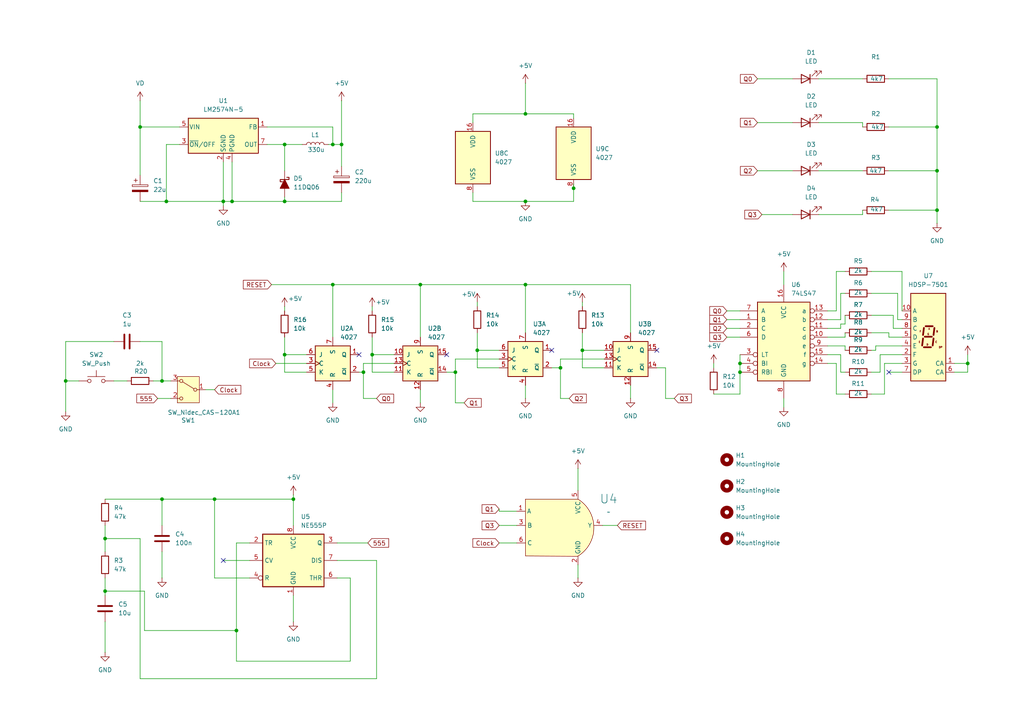
<source format=kicad_sch>
(kicad_sch (version 20250114) (generator "eeschema") (generator_version "9.0")
  (paper "A4")
  (lib_symbols
    (symbol "4xxx:4027" (pin_names (offset 1.016))
      (property "Reference" "U" (at -7.62 8.89 0))
      (property "Value" "4027" (at -7.62 -8.89 0))
      (symbol "4027_1_1"
        (rectangle (start -5.08 5.08) (end 5.08 -5.08) (stroke (width 0.254)) (fill (type background)))
        (pin input line (at -7.62 2.54 0) (length 2.54) (name "J") (number "6"))
        (pin input clock (at -7.62 0 0) (length 2.54) (name "C") (number "3"))
        (pin input line (at -7.62 -2.54 0) (length 2.54) (name "K") (number "5"))
        (pin input line (at 0 7.62 270) (length 2.54) (name "S") (number "7"))
        (pin input line (at 0 -7.62 90) (length 2.54) (name "R") (number "4"))
        (pin output line (at 7.62 2.54 180) (length 2.54) (name "Q") (number "1"))
        (pin output line (at 7.62 -2.54 180) (length 2.54) (name "~{Q}") (number "2"))
      )
      (symbol "4027_2_1"
        (rectangle (start -5.08 5.08) (end 5.08 -5.08) (stroke (width 0.254)) (fill (type background)))
        (pin input line (at -7.62 2.54 0) (length 2.54) (name "J") (number "10"))
        (pin input clock (at -7.62 0 0) (length 2.54) (name "C") (number "13"))
        (pin input line (at -7.62 -2.54 0) (length 2.54) (name "K") (number "11"))
        (pin input line (at 0 7.62 270) (length 2.54) (name "S") (number "9"))
        (pin input line (at 0 -7.62 90) (length 2.54) (name "R") (number "12"))
        (pin output line (at 7.62 2.54 180) (length 2.54) (name "Q") (number "15"))
        (pin output line (at 7.62 -2.54 180) (length 2.54) (name "~{Q}") (number "14"))
      )
      (symbol "4027_3_0"
        (pin power_in line (at 0 10.16 270) (length 2.54) (name "VDD") (number "16"))
        (pin power_in line (at 0 -10.16 90) (length 2.54) (name "VSS") (number "8"))
      )
      (symbol "4027_3_1"
        (rectangle (start -5.08 7.62) (end 5.08 -7.62) (stroke (width 0.254)) (fill (type background)))
      )
    )
    (symbol "74xx:74LS47" (pin_names (offset 1.016))
      (property "Reference" "U" (at -7.62 11.43 0))
      (property "Value" "74LS47" (at -7.62 -13.97 0))
      (symbol "74LS47_1_0"
        (pin input line (at -12.7 7.62 0) (length 5.08) (name "A") (number "7"))
        (pin input line (at -12.7 5.08 0) (length 5.08) (name "B") (number "1"))
        (pin input line (at -12.7 2.54 0) (length 5.08) (name "C") (number "2"))
        (pin input line (at -12.7 0 0) (length 5.08) (name "D") (number "6"))
        (pin input inverted (at -12.7 -5.08 0) (length 5.08) (name "LT") (number "3"))
        (pin input inverted (at -12.7 -7.62 0) (length 5.08) (name "BI") (number "4"))
        (pin input inverted (at -12.7 -10.16 0) (length 5.08) (name "RBI") (number "5"))
        (pin power_in line (at 0 15.24 270) (length 5.08) (name "VCC") (number "16"))
        (pin power_in line (at 0 -17.78 90) (length 5.08) (name "GND") (number "8"))
        (pin open_collector inverted (at 12.7 7.62 180) (length 5.08) (name "a") (number "13"))
        (pin open_collector inverted (at 12.7 5.08 180) (length 5.08) (name "b") (number "12"))
        (pin open_collector inverted (at 12.7 2.54 180) (length 5.08) (name "c") (number "11"))
        (pin open_collector inverted (at 12.7 0 180) (length 5.08) (name "d") (number "10"))
        (pin open_collector inverted (at 12.7 -2.54 180) (length 5.08) (name "e") (number "9"))
        (pin open_collector inverted (at 12.7 -5.08 180) (length 5.08) (name "f") (number "15"))
        (pin open_collector inverted (at 12.7 -7.62 180) (length 5.08) (name "g") (number "14"))
      )
      (symbol "74LS47_1_1"
        (rectangle (start -7.62 10.16) (end 7.62 -12.7) (stroke (width 0.254)) (fill (type background)))
      )
    )
    (symbol "Device:C" (pin_numbers (hide yes)) (pin_names (offset 0.254))
      (property "Reference" "C" (at 0.635 2.54 0))
      (property "Value" "C" (at 0.635 -2.54 0))
      (symbol "C_0_1"
        (polyline (pts (xy -2.032 0.762) (xy 2.032 0.762)) (stroke (width 0.508)))
        (polyline (pts (xy -2.032 -0.762) (xy 2.032 -0.762)) (stroke (width 0.508)))
      )
      (symbol "C_1_1"
        (pin passive line (at 0 3.81 270) (length 2.794) (name "~") (number "1"))
        (pin passive line (at 0 -3.81 90) (length 2.794) (name "~") (number "2"))
      )
    )
    (symbol "Device:C_Polarized" (pin_numbers (hide yes)) (pin_names (offset 0.254))
      (property "Reference" "C" (at 0.635 2.54 0))
      (property "Value" "C_Polarized" (at 0.635 -2.54 0))
      (symbol "C_Polarized_0_1"
        (rectangle (start -2.286 0.508) (end 2.286 1.016))
        (polyline (pts (xy -1.778 2.286) (xy -0.762 2.286)))
        (polyline (pts (xy -1.27 2.794) (xy -1.27 1.778)))
        (rectangle (start 2.286 -0.508) (end -2.286 -1.016) (fill (type outline)))
      )
      (symbol "C_Polarized_1_1"
        (pin passive line (at 0 3.81 270) (length 2.794) (name "~") (number "1"))
        (pin passive line (at 0 -3.81 90) (length 2.794) (name "~") (number "2"))
      )
    )
    (symbol "Device:D_Schottky_Filled" (pin_numbers (hide yes)) (pin_names (offset 1.016) (hide yes))
      (property "Reference" "D" (at 0 2.54 0))
      (property "Value" "D_Schottky_Filled" (at 0 -2.54 0))
      (symbol "D_Schottky_Filled_0_1"
        (polyline (pts (xy -1.905 0.635) (xy -1.905 1.27) (xy -1.27 1.27) (xy -1.27 -1.27) (xy -0.635 -1.27) (xy -0.635 -0.635)) (stroke (width 0.254)))
        (polyline (pts (xy 1.27 1.27) (xy 1.27 -1.27) (xy -1.27 0) (xy 1.27 1.27)) (stroke (width 0.254)) (fill (type outline)))
        (polyline (pts (xy 1.27 0) (xy -1.27 0)))
      )
      (symbol "D_Schottky_Filled_1_1"
        (pin passive line (at -3.81 0 0) (length 2.54) (name "K") (number "1"))
        (pin passive line (at 3.81 0 180) (length 2.54) (name "A") (number "2"))
      )
    )
    (symbol "Device:L" (pin_numbers (hide yes)) (pin_names (offset 1.016) (hide yes))
      (property "Reference" "L" (at -1.27 0 90))
      (property "Value" "L" (at 1.905 0 90))
      (symbol "L_0_1"
        (arc (start 0 2.54) (mid 0.6323 1.905) (end 0 1.27))
        (arc (start 0 1.27) (mid 0.6323 0.635) (end 0 0))
        (arc (start 0 0) (mid 0.6323 -0.635) (end 0 -1.27))
        (arc (start 0 -1.27) (mid 0.6323 -1.905) (end 0 -2.54))
      )
      (symbol "L_1_1"
        (pin passive line (at 0 3.81 270) (length 1.27) (name "1") (number "1"))
        (pin passive line (at 0 -3.81 90) (length 1.27) (name "2") (number "2"))
      )
    )
    (symbol "Device:LED" (pin_numbers (hide yes)) (pin_names (offset 1.016) (hide yes))
      (property "Reference" "D" (at 0 2.54 0))
      (property "Value" "LED" (at 0 -2.54 0))
      (symbol "LED_0_1"
        (polyline (pts (xy -3.048 -0.762) (xy -4.572 -2.286) (xy -3.81 -2.286) (xy -4.572 -2.286) (xy -4.572 -1.524)))
        (polyline (pts (xy -1.778 -0.762) (xy -3.302 -2.286) (xy -2.54 -2.286) (xy -3.302 -2.286) (xy -3.302 -1.524)))
        (polyline (pts (xy -1.27 0) (xy 1.27 0)))
        (polyline (pts (xy -1.27 -1.27) (xy -1.27 1.27)) (stroke (width 0.254)))
        (polyline (pts (xy 1.27 -1.27) (xy 1.27 1.27) (xy -1.27 0) (xy 1.27 -1.27)) (stroke (width 0.254)))
      )
      (symbol "LED_1_1"
        (pin passive line (at -3.81 0 0) (length 2.54) (name "K") (number "1"))
        (pin passive line (at 3.81 0 180) (length 2.54) (name "A") (number "2"))
      )
    )
    (symbol "Device:R" (pin_numbers (hide yes)) (pin_names (offset 0))
      (property "Reference" "R" (at 2.032 0 90))
      (property "Value" "R" (at 0 0 90))
      (symbol "R_0_1"
        (rectangle (start -1.016 -2.54) (end 1.016 2.54) (stroke (width 0.254)))
      )
      (symbol "R_1_1"
        (pin passive line (at 0 3.81 270) (length 1.27) (name "~") (number "1"))
        (pin passive line (at 0 -3.81 90) (length 1.27) (name "~") (number "2"))
      )
    )
    (symbol "Display_Character:HDSP-7501"
      (property "Reference" "U" (at -3.81 13.97 0))
      (property "Value" "HDSP-7501" (at 6.35 13.97 0))
      (symbol "HDSP-7501_1_0"
        (text "E" (at -2.54 -1.397 0) (effects (font (size 0.508 0.508))))
        (text "F" (at -2.286 1.651 0) (effects (font (size 0.508 0.508))))
        (text "D" (at -0.254 -2.159 0) (effects (font (size 0.508 0.508))))
        (text "G" (at 0 0.889 0) (effects (font (size 0.508 0.508))))
        (text "A" (at 0.254 2.413 0) (effects (font (size 0.508 0.508))))
        (text "C" (at 2.286 -1.397 0) (effects (font (size 0.508 0.508))))
        (text "B" (at 2.54 1.651 0) (effects (font (size 0.508 0.508))))
        (text "DP" (at 3.556 -2.921 0) (effects (font (size 0.508 0.508))))
      )
      (symbol "HDSP-7501_1_1"
        (rectangle (start -5.08 12.7) (end 5.08 -12.7) (stroke (width 0.254)) (fill (type background)))
        (polyline (pts (xy -1.524 -0.381) (xy -1.778 -2.413)) (stroke (width 0.508)))
        (polyline (pts (xy -1.27 2.667) (xy -1.524 0.635)) (stroke (width 0.508)))
        (polyline (pts (xy -1.27 -2.921) (xy 0.762 -2.921)) (stroke (width 0.508)))
        (polyline (pts (xy -1.016 0.127) (xy 1.016 0.127)) (stroke (width 0.508)))
        (polyline (pts (xy -0.762 3.175) (xy 1.27 3.175)) (stroke (width 0.508)))
        (polyline (pts (xy 1.524 -0.381) (xy 1.27 -2.413)) (stroke (width 0.508)))
        (polyline (pts (xy 1.778 2.667) (xy 1.524 0.635)) (stroke (width 0.508)))
        (polyline (pts (xy 2.54 -2.921) (xy 2.54 -2.921)) (stroke (width 0.508)))
        (pin input line (at -7.62 7.62 0) (length 2.54) (name "A") (number "10"))
        (pin input line (at -7.62 5.08 0) (length 2.54) (name "B") (number "9"))
        (pin input line (at -7.62 2.54 0) (length 2.54) (name "C") (number "8"))
        (pin input line (at -7.62 0 0) (length 2.54) (name "D") (number "5"))
        (pin input line (at -7.62 -2.54 0) (length 2.54) (name "E") (number "4"))
        (pin input line (at -7.62 -5.08 0) (length 2.54) (name "F") (number "2"))
        (pin input line (at -7.62 -7.62 0) (length 2.54) (name "G") (number "3"))
        (pin input line (at -7.62 -10.16 0) (length 2.54) (name "DP") (number "7"))
        (pin input line (at 7.62 -7.62 180) (length 2.54) (name "CA") (number "1"))
        (pin input line (at 7.62 -10.16 180) (length 2.54) (name "CA") (number "6"))
      )
    )
    (symbol "Mechanical:MountingHole" (pin_names (offset 1.016)) (in_bom no)
      (property "Reference" "H" (at 0 5.08 0))
      (property "Value" "MountingHole" (at 0 3.175 0))
      (symbol "MountingHole_0_1"
        (circle (center 0 0) (radius 1.27) (stroke (width 1.27)))
      )
    )
    (symbol "Regulator_Switching:LM2574N-5" (pin_names (offset 0.254))
      (property "Reference" "U" (at -10.16 6.35 0))
      (property "Value" "LM2574N-5" (at 0 6.35 0))
      (symbol "LM2574N-5_0_1"
        (rectangle (start -10.16 5.08) (end 10.16 -5.08) (stroke (width 0.254)) (fill (type background)))
      )
      (symbol "LM2574N-5_1_1"
        (pin power_in line (at -12.7 2.54 0) (length 2.54) (name "VIN") (number "5"))
        (pin input line (at -12.7 -2.54 0) (length 2.54) (name "~{ON}/OFF") (number "3"))
        (pin no_connect line (at -10.16 0 0) (length 2.54) (hide yes) (name "NC") (number "6"))
        (pin power_in line (at 0 -7.62 90) (length 2.54) (name "SGND") (number "2"))
        (pin power_in line (at 2.54 -7.62 90) (length 2.54) (name "PGND") (number "4"))
        (pin no_connect line (at 10.16 0 180) (length 2.54) (hide yes) (name "NC") (number "8"))
        (pin input line (at 12.7 2.54 180) (length 2.54) (name "FB") (number "1"))
        (pin output line (at 12.7 -2.54 180) (length 2.54) (name "OUT") (number "7"))
      )
    )
    (symbol "SN74LVC1611:SN74LVC1611"
      (property "Reference" "U4" (at 8.89 6.096 0))
      (symbol "SN74LVC1611_1_1"
        (arc (start 0 7.62) (mid 4.6077 -0.635) (end 0 -8.89) (fill (type background)))
        (polyline (pts (xy 0.0104 7.62) (xy -15.2505 7.62) (xy -15.2266 -8.8423) (xy -0.0134 -8.9377)) (fill (type background)))
        (pin input line (at -17.8771 4.1244 0) (length 2.54) (name "A") (number "1"))
        (pin input line (at -17.78 0 0) (length 2.54) (name "B") (number "3"))
        (pin input line (at -17.78 -5.08 0) (length 2.54) (name "C") (number "6"))
        (pin power_in line (at 0 10.16 270) (length 2.54) (name "VCC") (number "5"))
        (pin power_out line (at 0 -11.43 90) (length 2.54) (name "GND") (number "2"))
        (pin output line (at 7.143 0 180) (length 2.54) (name "Y") (number "4"))
      )
    )
    (symbol "Switch:SW_Nidec_CAS-120A1" (pin_names (offset 1) (hide yes))
      (property "Reference" "SW1" (at 0 -8.89 0))
      (property "Value" "SW_Nidec_CAS-120A1" (at 0 -6.35 0))
      (symbol "SW_Nidec_CAS-120A1_0_1"
        (circle (center -2.032 0) (radius 0.4572))
        (polyline (pts (xy -1.651 0.254) (xy 1.651 2.286)))
        (circle (center 2.032 2.54) (radius 0.4572))
        (circle (center 2.032 -2.54) (radius 0.4572))
      )
      (symbol "SW_Nidec_CAS-120A1_1_1"
        (rectangle (start -3.175 3.81) (end 3.175 -3.81) (fill (type background)))
        (pin passive line (at -5.08 0 0) (length 2.54) (name "B") (number "1"))
        (pin passive line (at 5.08 2.54 180) (length 2.54) (name "A") (number "3"))
        (pin passive line (at 5.08 -2.54 180) (length 2.54) (name "C") (number "2"))
      )
    )
    (symbol "Switch:SW_Push" (pin_numbers (hide yes)) (pin_names (offset 1.016) (hide yes))
      (property "Reference" "SW" (at 1.27 2.54 0))
      (property "Value" "SW_Push" (at 0 -1.524 0))
      (symbol "SW_Push_0_1"
        (circle (center -2.032 0) (radius 0.508))
        (polyline (pts (xy 0 1.27) (xy 0 3.048)))
        (circle (center 2.032 0) (radius 0.508))
        (polyline (pts (xy 2.54 1.27) (xy -2.54 1.27)))
        (pin passive line (at -5.08 0 0) (length 2.54) (name "1") (number "1"))
        (pin passive line (at 5.08 0 180) (length 2.54) (name "2") (number "2"))
      )
    )
    (symbol "Timer:NE555P"
      (property "Reference" "U" (at -10.16 8.89 0))
      (property "Value" "NE555P" (at 2.54 8.89 0))
      (symbol "NE555P_0_0"
        (pin power_in line (at 0 10.16 270) (length 2.54) (name "VCC") (number "8"))
        (pin power_in line (at 0 -10.16 90) (length 2.54) (name "GND") (number "1"))
      )
      (symbol "NE555P_0_1"
        (rectangle (start -8.89 -7.62) (end 8.89 7.62) (stroke (width 0.254)) (fill (type background)))
        (rectangle (start -8.89 -7.62) (end 8.89 7.62) (stroke (width 0.254)) (fill (type background)))
      )
      (symbol "NE555P_1_1"
        (pin input line (at -12.7 5.08 0) (length 3.81) (name "TR") (number "2"))
        (pin input line (at -12.7 0 0) (length 3.81) (name "CV") (number "5"))
        (pin input inverted (at -12.7 -5.08 0) (length 3.81) (name "R") (number "4"))
        (pin output line (at 12.7 5.08 180) (length 3.81) (name "Q") (number "3"))
        (pin input line (at 12.7 0 180) (length 3.81) (name "DIS") (number "7"))
        (pin input line (at 12.7 -5.08 180) (length 3.81) (name "THR") (number "6"))
      )
    )
    (symbol "power:+5V" (power) (pin_numbers (hide yes)) (pin_names (offset 0) (hide yes))
      (property "Value" "+5V" (at 0 3.556 0))
      (symbol "+5V_0_1"
        (polyline (pts (xy -0.762 1.27) (xy 0 2.54)))
        (polyline (pts (xy 0 2.54) (xy 0.762 1.27)))
        (polyline (pts (xy 0 0) (xy 0 2.54)))
      )
      (symbol "+5V_1_1"
        (pin power_in line (at 0 0 90) (length 0) (name "~") (number "1"))
      )
    )
    (symbol "power:GND" (power) (pin_numbers (hide yes)) (pin_names (offset 0) (hide yes))
      (property "Value" "GND" (at 0 -3.81 0))
      (symbol "GND_0_1"
        (polyline (pts (xy 0 0) (xy 0 -1.27) (xy 1.27 -1.27) (xy 0 -2.54) (xy -1.27 -1.27) (xy 0 -1.27)))
      )
      (symbol "GND_1_1"
        (pin power_in line (at 0 0 270) (length 0) (name "~") (number "1"))
      )
    )
    (symbol "power:VD" (power) (pin_numbers (hide yes)) (pin_names (offset 0) (hide yes))
      (property "Value" "VD" (at 0 3.556 0))
      (symbol "VD_0_1"
        (polyline (pts (xy -0.762 1.27) (xy 0 2.54)))
        (polyline (pts (xy 0 2.54) (xy 0.762 1.27)))
        (polyline (pts (xy 0 0) (xy 0 2.54)))
      )
      (symbol "VD_1_1"
        (pin power_in line (at 0 0 90) (length 0) (name "~") (number "1"))
      )
    )
  )
  (junction (at 152.4 82.55))
  (junction (at 46.99 110.49))
  (junction (at 30.48 156.21))
  (junction (at 40.64 36.83))
  (junction (at 280.67 105.41))
  (junction (at 82.55 102.87))
  (junction (at 48.26 58.42))
  (junction (at 132.08 107.95))
  (junction (at 214.63 105.41))
  (junction (at 121.92 82.55))
  (junction (at 271.78 49.53))
  (junction (at 99.06 41.91))
  (junction (at 152.4 58.42))
  (junction (at 107.95 102.87))
  (junction (at 46.99 144.78))
  (junction (at 30.48 171.45))
  (junction (at 271.78 60.96))
  (junction (at 85.09 144.78))
  (junction (at 96.52 41.91))
  (junction (at 82.55 58.42))
  (junction (at 166.37 54.61))
  (junction (at 168.91 101.6))
  (junction (at 214.63 107.95))
  (junction (at 62.23 144.78))
  (junction (at 152.4 33.02))
  (junction (at 82.55 41.91))
  (junction (at 105.41 107.95))
  (junction (at 162.56 106.68))
  (junction (at 19.05 110.49))
  (junction (at 68.58 182.88))
  (junction (at 67.31 58.42))
  (junction (at 138.43 101.6))
  (junction (at 64.77 58.42))
  (junction (at 96.52 82.55))
  (junction (at 271.78 36.83))
  (no_connect (at 129.54 102.87))
  (no_connect (at 190.5 101.6))
  (no_connect (at 160.02 101.6))
  (no_connect (at 104.14 102.87))
  (no_connect (at 257.81 107.95))
  (no_connect (at 64.77 162.56))
  (wire (pts (xy 99.06 58.42) (xy 82.55 58.42)))
  (wire (pts (xy 59.69 113.03) (xy 62.23 113.03)))
  (wire (pts (xy 64.77 58.42) (xy 67.31 58.42)))
  (wire (pts (xy 67.31 46.99) (xy 67.31 58.42)))
  (wire (pts (xy 144.78 101.6) (xy 138.43 101.6)))
  (wire (pts (xy 67.31 58.42) (xy 82.55 58.42)))
  (wire (pts (xy 96.52 41.91) (xy 99.06 41.91)))
  (wire (pts (xy 30.48 167.64) (xy 30.48 171.45)))
  (wire (pts (xy 227.33 78.74) (xy 227.33 82.55)))
  (wire (pts (xy 97.79 167.64) (xy 101.6 167.64)))
  (wire (pts (xy 82.55 41.91) (xy 77.47 41.91)))
  (wire (pts (xy 252.73 101.6) (xy 254 101.6)))
  (wire (pts (xy 46.99 99.06) (xy 46.99 110.49)))
  (wire (pts (xy 259.08 95.25) (xy 261.62 95.25)))
  (wire (pts (xy 121.92 82.55) (xy 152.4 82.55)))
  (wire (pts (xy 257.81 22.86) (xy 271.78 22.86)))
  (wire (pts (xy 137.16 58.42) (xy 152.4 58.42)))
  (wire (pts (xy 30.48 156.21) (xy 30.48 160.02)))
  (wire (pts (xy 240.03 95.25) (xy 243.84 95.25)))
  (wire (pts (xy 114.3 102.87) (xy 107.95 102.87)))
  (wire (pts (xy 64.77 162.56) (xy 72.39 162.56)))
  (wire (pts (xy 162.56 104.14) (xy 162.56 106.68)))
  (wire (pts (xy 88.9 107.95) (xy 82.55 107.95)))
  (wire (pts (xy 166.37 33.02) (xy 166.37 34.29)))
  (wire (pts (xy 109.22 162.56) (xy 109.22 196.85)))
  (wire (pts (xy 256.54 105.41) (xy 261.62 105.41)))
  (wire (pts (xy 152.4 33.02) (xy 152.4 24.13)))
  (wire (pts (xy 166.37 53.34) (xy 166.37 54.61)))
  (wire (pts (xy 19.05 99.06) (xy 19.05 110.49)))
  (wire (pts (xy 243.84 92.71) (xy 243.84 85.09)))
  (wire (pts (xy 105.41 107.95) (xy 105.41 115.57)))
  (wire (pts (xy 210.82 92.71) (xy 214.63 92.71)))
  (wire (pts (xy 40.64 99.06) (xy 46.99 99.06)))
  (wire (pts (xy 166.37 58.42) (xy 152.4 58.42)))
  (wire (pts (xy 219.71 49.53) (xy 229.87 49.53)))
  (wire (pts (xy 254 100.33) (xy 261.62 100.33)))
  (wire (pts (xy 46.99 110.49) (xy 49.53 110.49)))
  (wire (pts (xy 85.09 144.78) (xy 85.09 152.4)))
  (wire (pts (xy 80.01 105.41) (xy 88.9 105.41)))
  (wire (pts (xy 257.81 97.79) (xy 261.62 97.79)))
  (wire (pts (xy 257.81 49.53) (xy 271.78 49.53)))
  (wire (pts (xy 271.78 49.53) (xy 271.78 60.96)))
  (wire (pts (xy 182.88 111.76) (xy 182.88 115.57)))
  (wire (pts (xy 174.783 152.4) (xy 179.07 152.4)))
  (wire (pts (xy 41.91 171.45) (xy 41.91 182.88)))
  (wire (pts (xy 40.64 36.83) (xy 40.64 50.8)))
  (wire (pts (xy 214.63 107.95) (xy 214.63 114.3)))
  (wire (pts (xy 96.52 113.03) (xy 96.52 116.84)))
  (wire (pts (xy 30.48 180.34) (xy 30.48 189.23)))
  (wire (pts (xy 252.73 114.3) (xy 256.54 114.3)))
  (wire (pts (xy 252.73 78.74) (xy 261.62 78.74)))
  (wire (pts (xy 162.56 115.57) (xy 162.56 106.68)))
  (wire (pts (xy 82.55 107.95) (xy 82.55 102.87)))
  (wire (pts (xy 78.74 82.55) (xy 96.52 82.55)))
  (wire (pts (xy 254 101.6) (xy 254 100.33)))
  (wire (pts (xy 243.84 102.87) (xy 243.84 107.95)))
  (wire (pts (xy 152.4 82.55) (xy 182.88 82.55)))
  (wire (pts (xy 44.45 110.49) (xy 46.99 110.49)))
  (wire (pts (xy 144.78 106.68) (xy 138.43 106.68)))
  (wire (pts (xy 144.78 157.48) (xy 149.86 157.48)))
  (wire (pts (xy 167.64 163.83) (xy 167.64 167.64)))
  (wire (pts (xy 82.55 49.53) (xy 82.55 41.91)))
  (wire (pts (xy 134.62 116.84) (xy 132.08 116.84)))
  (wire (pts (xy 62.23 144.78) (xy 62.23 167.64)))
  (wire (pts (xy 252.73 107.95) (xy 255.27 107.95)))
  (wire (pts (xy 257.81 96.52) (xy 257.81 97.79)))
  (wire (pts (xy 144.78 104.14) (xy 132.08 104.14)))
  (wire (pts (xy 175.26 104.14) (xy 162.56 104.14)))
  (wire (pts (xy 68.58 157.48) (xy 68.58 182.88)))
  (wire (pts (xy 95.25 41.91) (xy 96.52 41.91)))
  (wire (pts (xy 62.23 144.78) (xy 85.09 144.78)))
  (wire (pts (xy 144.78 148.2756) (xy 144.78 147.6344)))
  (wire (pts (xy 33.02 99.06) (xy 19.05 99.06)))
  (wire (pts (xy 30.48 171.45) (xy 30.48 172.72)))
  (wire (pts (xy 99.06 55.88) (xy 99.06 58.42)))
  (wire (pts (xy 64.77 59.69) (xy 64.77 58.42)))
  (wire (pts (xy 82.55 58.42) (xy 82.55 57.15)))
  (wire (pts (xy 252.73 85.09) (xy 260.35 85.09)))
  (wire (pts (xy 40.64 29.21) (xy 40.64 36.83)))
  (wire (pts (xy 280.67 107.95) (xy 280.67 105.41)))
  (wire (pts (xy 242.57 90.17) (xy 242.57 78.74)))
  (wire (pts (xy 182.88 96.52) (xy 182.88 82.55)))
  (wire (pts (xy 243.84 93.98) (xy 245.11 93.98)))
  (wire (pts (xy 168.91 101.6) (xy 168.91 96.52)))
  (wire (pts (xy 175.26 101.6) (xy 168.91 101.6)))
  (wire (pts (xy 261.62 78.74) (xy 261.62 90.17)))
  (wire (pts (xy 237.49 22.86) (xy 250.19 22.86)))
  (wire (pts (xy 255.27 102.87) (xy 261.62 102.87)))
  (wire (pts (xy 242.57 78.74) (xy 245.11 78.74)))
  (wire (pts (xy 109.22 196.85) (xy 40.64 196.85)))
  (wire (pts (xy 207.01 114.3) (xy 214.63 114.3)))
  (wire (pts (xy 101.6 167.64) (xy 101.6 191.77)))
  (wire (pts (xy 240.03 90.17) (xy 242.57 90.17)))
  (wire (pts (xy 40.64 58.42) (xy 48.26 58.42)))
  (wire (pts (xy 30.48 144.78) (xy 46.99 144.78)))
  (wire (pts (xy 132.08 107.95) (xy 129.54 107.95)))
  (wire (pts (xy 30.48 152.4) (xy 30.48 156.21)))
  (wire (pts (xy 252.73 96.52) (xy 257.81 96.52)))
  (wire (pts (xy 237.49 49.53) (xy 250.19 49.53)))
  (wire (pts (xy 72.39 167.64) (xy 62.23 167.64)))
  (wire (pts (xy 99.06 29.21) (xy 99.06 41.91)))
  (wire (pts (xy 96.52 82.55) (xy 121.92 82.55)))
  (wire (pts (xy 214.63 102.87) (xy 214.63 105.41)))
  (wire (pts (xy 271.78 36.83) (xy 271.78 49.53)))
  (wire (pts (xy 243.84 85.09) (xy 245.11 85.09)))
  (wire (pts (xy 30.48 171.45) (xy 41.91 171.45)))
  (wire (pts (xy 162.56 106.68) (xy 160.02 106.68)))
  (wire (pts (xy 82.55 41.91) (xy 87.63 41.91)))
  (wire (pts (xy 85.09 172.72) (xy 85.09 180.34)))
  (wire (pts (xy 68.58 157.48) (xy 72.39 157.48)))
  (wire (pts (xy 243.84 95.25) (xy 243.84 93.98)))
  (wire (pts (xy 276.86 105.41) (xy 280.67 105.41)))
  (wire (pts (xy 240.03 92.71) (xy 243.84 92.71)))
  (wire (pts (xy 105.41 105.41) (xy 105.41 107.95)))
  (wire (pts (xy 271.78 60.96) (xy 271.78 64.77)))
  (wire (pts (xy 237.49 62.23) (xy 250.19 62.23)))
  (wire (pts (xy 104.14 107.95) (xy 105.41 107.95)))
  (wire (pts (xy 88.9 102.87) (xy 82.55 102.87)))
  (wire (pts (xy 22.86 110.49) (xy 19.05 110.49)))
  (wire (pts (xy 137.16 33.02) (xy 137.16 35.56)))
  (wire (pts (xy 260.35 92.71) (xy 261.62 92.71)))
  (wire (pts (xy 99.06 41.91) (xy 99.06 48.26)))
  (wire (pts (xy 48.26 58.42) (xy 64.77 58.42)))
  (wire (pts (xy 271.78 22.86) (xy 271.78 36.83)))
  (wire (pts (xy 96.52 82.55) (xy 96.52 97.79)))
  (wire (pts (xy 245.11 96.52) (xy 245.11 97.79)))
  (wire (pts (xy 257.81 60.96) (xy 271.78 60.96)))
  (wire (pts (xy 243.84 107.95) (xy 245.11 107.95)))
  (wire (pts (xy 152.4 82.55) (xy 152.4 96.52)))
  (wire (pts (xy 144.78 152.4) (xy 149.86 152.4)))
  (wire (pts (xy 96.52 36.83) (xy 96.52 41.91)))
  (wire (pts (xy 107.95 88.9) (xy 107.95 90.17)))
  (wire (pts (xy 219.71 22.86) (xy 229.87 22.86)))
  (wire (pts (xy 240.03 105.41) (xy 242.57 105.41)))
  (wire (pts (xy 259.08 91.44) (xy 259.08 95.25)))
  (wire (pts (xy 138.43 106.68) (xy 138.43 101.6)))
  (wire (pts (xy 137.16 58.42) (xy 137.16 55.88)))
  (wire (pts (xy 195.58 115.57) (xy 193.04 115.57)))
  (wire (pts (xy 121.92 113.03) (xy 121.92 116.84)))
  (wire (pts (xy 219.71 35.56) (xy 229.87 35.56)))
  (wire (pts (xy 138.43 101.6) (xy 138.43 96.52)))
  (wire (pts (xy 132.08 116.84) (xy 132.08 107.95)))
  (wire (pts (xy 132.08 104.14) (xy 132.08 107.95)))
  (wire (pts (xy 252.73 91.44) (xy 259.08 91.44)))
  (wire (pts (xy 33.02 110.49) (xy 36.83 110.49)))
  (wire (pts (xy 19.05 110.49) (xy 19.05 119.38)))
  (wire (pts (xy 193.04 106.68) (xy 190.5 106.68)))
  (wire (pts (xy 242.57 114.3) (xy 245.11 114.3)))
  (wire (pts (xy 64.77 46.99) (xy 64.77 58.42)))
  (wire (pts (xy 166.37 33.02) (xy 152.4 33.02)))
  (wire (pts (xy 166.37 54.61) (xy 166.37 58.42)))
  (wire (pts (xy 168.91 106.68) (xy 168.91 101.6)))
  (wire (pts (xy 101.6 191.77) (xy 68.58 191.77)))
  (wire (pts (xy 214.63 105.41) (xy 214.63 107.95)))
  (wire (pts (xy 41.91 182.88) (xy 68.58 182.88)))
  (wire (pts (xy 107.95 102.87) (xy 107.95 97.79)))
  (wire (pts (xy 107.95 107.95) (xy 107.95 102.87)))
  (wire (pts (xy 152.4 111.76) (xy 152.4 115.57)))
  (wire (pts (xy 276.86 107.95) (xy 280.67 107.95)))
  (wire (pts (xy 138.43 87.63) (xy 138.43 88.9)))
  (wire (pts (xy 207.01 105.41) (xy 207.01 106.68)))
  (wire (pts (xy 77.47 36.83) (xy 96.52 36.83)))
  (wire (pts (xy 46.99 160.02) (xy 46.99 167.64)))
  (wire (pts (xy 46.99 144.78) (xy 46.99 152.4)))
  (wire (pts (xy 210.82 90.17) (xy 214.63 90.17)))
  (wire (pts (xy 240.03 97.79) (xy 245.11 97.79)))
  (wire (pts (xy 97.79 157.48) (xy 106.68 157.48)))
  (wire (pts (xy 105.41 115.57) (xy 109.22 115.57)))
  (wire (pts (xy 250.19 35.56) (xy 250.19 36.83)))
  (wire (pts (xy 46.99 144.78) (xy 62.23 144.78)))
  (wire (pts (xy 97.79 162.56) (xy 109.22 162.56)))
  (wire (pts (xy 240.03 100.33) (xy 245.11 100.33)))
  (wire (pts (xy 114.3 105.41) (xy 105.41 105.41)))
  (wire (pts (xy 257.81 107.95) (xy 261.62 107.95)))
  (wire (pts (xy 165.1 115.57) (xy 162.56 115.57)))
  (wire (pts (xy 220.98 62.23) (xy 229.87 62.23)))
  (wire (pts (xy 255.27 107.95) (xy 255.27 102.87)))
  (wire (pts (xy 82.55 88.9) (xy 82.55 90.17)))
  (wire (pts (xy 137.16 33.02) (xy 152.4 33.02)))
  (wire (pts (xy 45.72 115.57) (xy 49.53 115.57)))
  (wire (pts (xy 114.3 107.95) (xy 107.95 107.95)))
  (wire (pts (xy 82.55 102.87) (xy 82.55 97.79)))
  (wire (pts (xy 245.11 100.33) (xy 245.11 101.6)))
  (wire (pts (xy 40.64 156.21) (xy 30.48 156.21)))
  (wire (pts (xy 260.35 85.09) (xy 260.35 92.71)))
  (wire (pts (xy 257.81 36.83) (xy 271.78 36.83)))
  (wire (pts (xy 85.09 143.51) (xy 85.09 144.78)))
  (wire (pts (xy 121.92 82.55) (xy 121.92 97.79)))
  (wire (pts (xy 280.67 105.41) (xy 280.67 102.87)))
  (wire (pts (xy 40.64 156.21) (xy 40.64 196.85)))
  (wire (pts (xy 149.7629 148.2756) (xy 144.78 148.2756)))
  (wire (pts (xy 237.49 35.56) (xy 250.19 35.56)))
  (wire (pts (xy 48.26 41.91) (xy 48.26 58.42)))
  (wire (pts (xy 52.07 41.91) (xy 48.26 41.91)))
  (wire (pts (xy 168.91 87.63) (xy 168.91 88.9)))
  (wire (pts (xy 242.57 105.41) (xy 242.57 114.3)))
  (wire (pts (xy 210.82 97.79) (xy 214.63 97.79)))
  (wire (pts (xy 250.19 62.23) (xy 250.19 60.96)))
  (wire (pts (xy 40.64 36.83) (xy 52.07 36.83)))
  (wire (pts (xy 245.11 93.98) (xy 245.11 91.44)))
  (wire (pts (xy 240.03 102.87) (xy 243.84 102.87)))
  (wire (pts (xy 256.54 114.3) (xy 256.54 105.41)))
  (wire (pts (xy 68.58 191.77) (xy 68.58 182.88)))
  (wire (pts (xy 167.64 135.89) (xy 167.64 142.24)))
  (wire (pts (xy 193.04 115.57) (xy 193.04 106.68)))
  (wire (pts (xy 227.33 115.57) (xy 227.33 118.11)))
  (wire (pts (xy 175.26 106.68) (xy 168.91 106.68)))
  (wire (pts (xy 210.82 95.25) (xy 214.63 95.25)))
  (global_label "Q2" (shape input) (at 219.71 49.53 180) (property "Intersheetrefs" "${INTERSHEET_REFS}" (effects (hide yes))))
  (global_label "Q2" (shape input) (at 210.82 95.25 180) (property "Intersheetrefs" "${INTERSHEET_REFS}" (effects (hide yes))))
  (global_label "Q1" (shape input) (at 134.62 116.84 0) (property "Intersheetrefs" "${INTERSHEET_REFS}" (effects (hide yes))))
  (global_label "Q0" (shape input) (at 210.82 90.17 180) (property "Intersheetrefs" "${INTERSHEET_REFS}" (effects (hide yes))))
  (global_label "Clock" (shape input) (at 62.23 113.03 0) (property "Intersheetrefs" "${INTERSHEET_REFS}" (effects (hide yes))))
  (global_label "Clock" (shape input) (at 80.01 105.41 180) (property "Intersheetrefs" "${INTERSHEET_REFS}" (effects (hide yes))))
  (global_label "Q0" (shape input) (at 109.22 115.57 0) (property "Intersheetrefs" "${INTERSHEET_REFS}" (effects (hide yes))))
  (global_label "Q1" (shape input) (at 210.82 92.71 180) (property "Intersheetrefs" "${INTERSHEET_REFS}" (effects (hide yes))))
  (global_label "555" (shape input) (at 106.68 157.48 0) (property "Intersheetrefs" "${INTERSHEET_REFS}" (effects (hide yes))))
  (global_label "Q2" (shape input) (at 165.1 115.57 0) (property "Intersheetrefs" "${INTERSHEET_REFS}" (effects (hide yes))))
  (global_label "Q1" (shape input) (at 144.78 147.6344 180) (property "Intersheetrefs" "${INTERSHEET_REFS}" (effects (hide yes))))
  (global_label "Q3" (shape input) (at 195.58 115.57 0) (property "Intersheetrefs" "${INTERSHEET_REFS}" (effects (hide yes))))
  (global_label "Q3" (shape input) (at 210.82 97.79 180) (property "Intersheetrefs" "${INTERSHEET_REFS}" (effects (hide yes))))
  (global_label "Clock" (shape input) (at 144.78 157.48 180) (property "Intersheetrefs" "${INTERSHEET_REFS}" (effects (hide yes))))
  (global_label "Q3" (shape input) (at 144.78 152.4 180) (property "Intersheetrefs" "${INTERSHEET_REFS}" (effects (hide yes))))
  (global_label "Q3" (shape input) (at 220.98 62.23 180) (property "Intersheetrefs" "${INTERSHEET_REFS}" (effects (hide yes))))
  (global_label "RESET" (shape input) (at 78.74 82.55 180) (property "Intersheetrefs" "${INTERSHEET_REFS}" (effects (hide yes))))
  (global_label "Q0" (shape input) (at 219.71 22.86 180) (property "Intersheetrefs" "${INTERSHEET_REFS}" (effects (hide yes))))
  (global_label "Q1" (shape input) (at 219.71 35.56 180) (property "Intersheetrefs" "${INTERSHEET_REFS}" (effects (hide yes))))
  (global_label "RESET" (shape input) (at 179.07 152.4 0) (property "Intersheetrefs" "${INTERSHEET_REFS}" (effects (hide yes))))
  (global_label "555" (shape input) (at 45.72 115.57 180) (property "Intersheetrefs" "${INTERSHEET_REFS}" (effects (hide yes))))
  (symbol (lib_id "4xxx:4027") (at 182.88 104.14 0) (unit 2)
    (property "Reference" "U3" (at 185.0233 93.98 0) (effects (justify left)))
    (property "Value" "4027" (at 185.0233 96.52 0) (effects (justify left)))
    (property "Datasheet" "http://www.intersil.com/content/dam/Intersil/documents/cd40/cd4027bms.pdf" (effects (hide yes)))
    (property "Description" "Dual JK FlipFlop, set & reset" (effects (hide yes)))
  )
  (symbol (lib_id "power:+5V") (at 207.01 105.41 0) (unit 1)
    (property "Reference" "#PWR017" (effects (hide yes)))
    (property "Value" "+5V" (at 207.01 100.33 0))
    (property "Description" "Power symbol creates a global label with name \"+5V\"" (effects (hide yes)))
  )
  (symbol (lib_id "Device:R") (at 40.64 110.49 90) (unit 1)
    (property "Reference" "R20" (at 40.894 107.696 90))
    (property "Value" "2k" (at 40.64 105.41 90))
    (property "Description" "Resistor" (effects (hide yes)))
  )
  (symbol (lib_id "Device:C") (at 30.48 176.53 0) (unit 1)
    (property "Reference" "C5" (at 34.29 175.2599 0) (effects (justify left)))
    (property "Value" "10u" (at 34.29 177.7999 0) (effects (justify left)))
    (property "Footprint" "Capacitor_SMD:C_1206_3216Metric_Pad1.33x1.80mm_HandSolder" (effects (hide yes)))
    (property "Description" "CL31A106KBHNNNE" (effects (hide yes)))
  )
  (symbol (lib_id "Device:R") (at 82.55 93.98 0) (unit 1)
    (property "Reference" "R16" (at 85.09 92.7099 0) (effects (justify left)))
    (property "Value" "10k" (at 85.09 95.2499 0) (effects (justify left)))
    (property "Description" "Resistor" (effects (hide yes)))
  )
  (symbol (lib_id "Device:R") (at 254 36.83 90) (unit 1)
    (property "Reference" "4k7" (at 254.508 36.83 90))
    (property "Value" "R2" (at 254 33.02 90))
    (property "Description" "Resistor" (effects (hide yes)))
  )
  (symbol (lib_id "power:GND") (at 152.4 115.57 0) (unit 1)
    (property "Reference" "#PWR021" (effects (hide yes)))
    (property "Value" "GND" (at 152.4 120.65 0))
    (property "Description" "Power symbol creates a global label with name \"GND\" , ground" (effects (hide yes)))
  )
  (symbol (lib_id "Device:R") (at 168.91 92.71 0) (unit 1)
    (property "Reference" "R13" (at 171.45 91.4399 0) (effects (justify left)))
    (property "Value" "10k" (at 171.45 93.9799 0) (effects (justify left)))
    (property "Description" "Resistor" (effects (hide yes)))
  )
  (symbol (lib_id "Device:LED") (at 233.68 22.86 180) (unit 1)
    (property "Reference" "D1" (at 235.2675 15.24 0))
    (property "Value" "LED" (at 235.2675 17.78 0))
    (property "Footprint" "LED_THT:LED_D5.0mm" (effects (hide yes)))
    (property "Description" "Light emitting diode" (effects (hide yes)))
    (property "Sim.Pins" "1=K 2=A" (effects (hide yes)))
  )
  (symbol (lib_id "Device:C_Polarized") (at 40.64 54.61 0) (unit 1)
    (property "Reference" "C1" (at 44.45 52.4509 0) (effects (justify left)))
    (property "Value" "22u" (at 44.45 54.9909 0) (effects (justify left)))
    (property "Footprint" "Capacitor_THT:CP_Radial_D5.0mm_P2.00mm" (effects (hide yes)))
    (property "Description" "EWH1EM220D11OT" (effects (hide yes)))
  )
  (symbol (lib_id "Device:R") (at 207.01 110.49 180) (unit 1)
    (property "Reference" "R12" (at 209.55 109.2199 0) (effects (justify right)))
    (property "Value" "10k" (at 209.55 111.7599 0) (effects (justify right)))
    (property "Description" "Resistor" (effects (hide yes)))
  )
  (symbol (lib_id "power:+5V") (at 168.91 87.63 0) (unit 1)
    (property "Reference" "#PWR019" (effects (hide yes)))
    (property "Value" "+5V" (at 166.37 85.09 0))
    (property "Description" "Power symbol creates a global label with name \"+5V\"" (effects (hide yes)))
  )
  (symbol (lib_id "Device:L") (at 91.44 41.91 90) (unit 1)
    (property "Reference" "L1" (at 91.44 39.116 90))
    (property "Value" "330u" (at 91.694 43.434 90))
    (property "Description" "Inductor" (effects (hide yes)))
  )
  (symbol (lib_id "SN74LVC1611:SN74LVC1611") (at 167.64 152.4 0) (unit 1)
    (property "Reference" "U4" (at 176.53 144.7098 0) (effects (font (size 2.54 2.54))))
    (property "Value" "~" (at 176.53 148.5198 0))
    (property "Footprint" "SOT-23-6:SOT-23-6" (effects (hide yes)))
  )
  (symbol (lib_id "Device:LED") (at 233.68 62.23 180) (unit 1)
    (property "Reference" "D4" (at 235.2675 54.61 0))
    (property "Value" "LED" (at 235.2675 57.15 0))
    (property "Footprint" "LED_THT:LED_D5.0mm" (effects (hide yes)))
    (property "Description" "Light emitting diode" (effects (hide yes)))
    (property "Sim.Pins" "1=K 2=A" (effects (hide yes)))
  )
  (symbol (lib_id "power:+5V") (at 280.67 102.87 0) (unit 1)
    (property "Reference" "#PWR014" (effects (hide yes)))
    (property "Value" "+5V" (at 280.67 97.79 0))
    (property "Description" "Power symbol creates a global label with name \"+5V\"" (effects (hide yes)))
  )
  (symbol (lib_id "Device:C") (at 46.99 156.21 0) (unit 1)
    (property "Reference" "C4" (at 50.8 154.9399 0) (effects (justify left)))
    (property "Value" "100n" (at 50.8 157.4799 0) (effects (justify left)))
    (property "Footprint" "Capacitor_SMD:C_1206_3216Metric_Pad1.33x1.80mm_HandSolder" (effects (hide yes)))
    (property "Description" "CL31B104KBCNNNC" (effects (hide yes)))
  )
  (symbol (lib_id "power:GND") (at 96.52 116.84 0) (unit 1)
    (property "Reference" "#PWR025" (effects (hide yes)))
    (property "Value" "GND" (at 96.52 121.92 0))
    (property "Description" "Power symbol creates a global label with name \"GND\" , ground" (effects (hide yes)))
  )
  (symbol (lib_id "power:+5V") (at 152.4 24.13 0) (unit 1)
    (property "Reference" "#PWR04" (effects (hide yes)))
    (property "Value" "+5V" (at 152.4 19.05 0))
    (property "Description" "Power symbol creates a global label with name \"+5V\"" (effects (hide yes)))
  )
  (symbol (lib_id "Device:R") (at 254 22.86 90) (unit 1)
    (property "Reference" "R1" (at 254 16.51 90))
    (property "Value" "4k7" (at 254.254 22.86 90))
    (property "Description" "Resistor" (effects (hide yes)))
  )
  (symbol (lib_id "power:GND") (at 19.05 119.38 0) (unit 1)
    (property "Reference" "#PWR09" (effects (hide yes)))
    (property "Value" "GND" (at 19.05 124.46 0))
    (property "Description" "Power symbol creates a global label with name \"GND\" , ground" (effects (hide yes)))
  )
  (symbol (lib_id "Device:C_Polarized") (at 99.06 52.07 0) (unit 1)
    (property "Reference" "C2" (at 102.87 49.9109 0) (effects (justify left)))
    (property "Value" "220u" (at 102.87 52.4509 0) (effects (justify left)))
    (property "Footprint" "Capacitor_THT:CP_Radial_D5.0mm_P2.00mm" (effects (hide yes)))
    (property "Description" "RD1A227M05011BB" (effects (hide yes)))
  )
  (symbol (lib_id "Display_Character:HDSP-7501") (at 269.24 97.79 0) (unit 1)
    (property "Reference" "U7" (at 269.24 80.01 0))
    (property "Value" "HDSP-7501" (at 269.24 82.55 0))
    (property "Footprint" "Display_7Segment:HDSP-A151" (effects (hide yes)))
    (property "Datasheet" "https://docs.broadcom.com/docs/AV02-2553EN" (effects (hide yes)))
    (property "Description" "One digit 7 segment high efficiency red, common anode" (effects (hide yes)))
  )
  (symbol (lib_id "4xxx:4027") (at 166.37 44.45 0) (unit 3)
    (property "Reference" "U9" (at 172.72 43.1799 0) (effects (justify left)))
    (property "Value" "4027" (at 172.72 45.7199 0) (effects (justify left)))
    (property "Datasheet" "http://www.intersil.com/content/dam/Intersil/documents/cd40/cd4027bms.pdf" (effects (hide yes)))
    (property "Description" "Dual JK FlipFlop, set & reset" (effects (hide yes)))
  )
  (symbol (lib_id "Mechanical:MountingHole") (at 210.82 156.21 0) (unit 1) (in_bom no)
    (property "Reference" "H4" (at 213.36 154.9399 0) (effects (justify left)))
    (property "Value" "MountingHole" (at 213.36 157.4799 0) (effects (justify left)))
    (property "Description" "Mounting Hole without connection" (effects (hide yes)))
  )
  (symbol (lib_id "74xx:74LS47") (at 227.33 97.79 0) (unit 1)
    (property "Reference" "U6" (at 229.4733 82.55 0) (effects (justify left)))
    (property "Value" "74LS47" (at 229.4733 85.09 0) (effects (justify left)))
    (property "Datasheet" "http://www.ti.com/lit/gpn/sn74LS47" (effects (hide yes)))
    (property "Description" "BCD to 7-segment Driver, Open Collector, 30V outputs" (effects (hide yes)))
  )
  (symbol (lib_id "power:GND") (at 227.33 118.11 0) (unit 1)
    (property "Reference" "#PWR016" (effects (hide yes)))
    (property "Value" "GND" (at 227.33 123.19 0))
    (property "Description" "Power symbol creates a global label with name \"GND\" , ground" (effects (hide yes)))
  )
  (symbol (lib_id "power:GND") (at 46.99 167.64 0) (unit 1)
    (property "Reference" "#PWR013" (effects (hide yes)))
    (property "Value" "GND" (at 46.99 172.72 0))
    (property "Description" "Power symbol creates a global label with name \"GND\" , ground" (effects (hide yes)))
  )
  (symbol (lib_id "Device:R") (at 248.92 85.09 90) (unit 1)
    (property "Reference" "R6" (at 248.92 82.042 90))
    (property "Value" "2k" (at 248.92 84.836 90))
    (property "Description" "Resistor" (effects (hide yes)))
  )
  (symbol (lib_id "Device:R") (at 248.92 101.6 90) (unit 1)
    (property "Reference" "R9" (at 248.92 98.552 90))
    (property "Value" "2k" (at 248.92 101.346 90))
    (property "Description" "Resistor" (effects (hide yes)))
  )
  (symbol (lib_id "power:+5V") (at 82.55 88.9 0) (unit 1)
    (property "Reference" "#PWR024" (effects (hide yes)))
    (property "Value" "+5V" (at 85.598 86.614 0))
    (property "Description" "Power symbol creates a global label with name \"+5V\"" (effects (hide yes)))
  )
  (symbol (lib_id "Switch:SW_Push") (at 27.94 110.49 0) (unit 1)
    (property "Reference" "SW2" (at 27.94 102.87 0))
    (property "Value" "SW_Push" (at 27.94 105.41 0))
    (property "Description" "Push button switch, generic, two pins" (effects (hide yes)))
  )
  (symbol (lib_id "power:GND") (at 152.4 58.42 0) (unit 1)
    (property "Reference" "#PWR05" (effects (hide yes)))
    (property "Value" "GND" (at 152.4 63.5 0))
    (property "Description" "Power symbol creates a global label with name \"GND\" , ground" (effects (hide yes)))
  )
  (symbol (lib_id "Device:R") (at 248.92 78.74 90) (unit 1)
    (property "Reference" "R5" (at 248.92 75.692 90))
    (property "Value" "2k" (at 248.92 78.486 90))
    (property "Description" "Resistor" (effects (hide yes)))
  )
  (symbol (lib_id "Timer:NE555P") (at 85.09 162.56 0) (unit 1)
    (property "Reference" "U5" (at 87.2333 149.86 0) (effects (justify left)))
    (property "Value" "NE555P" (at 87.2333 152.4 0) (effects (justify left)))
    (property "Footprint" "Package_DIP:DIP-8_W7.62mm" (effects (hide yes)))
    (property "Datasheet" "http://www.ti.com/lit/ds/symlink/ne555.pdf" (effects (hide yes)))
    (property "Description" "Precision Timers, 555 compatible,  PDIP-8" (effects (hide yes)))
  )
  (symbol (lib_id "power:GND") (at 30.48 189.23 0) (unit 1)
    (property "Reference" "#PWR011" (effects (hide yes)))
    (property "Value" "GND" (at 30.48 194.31 0))
    (property "Description" "Power symbol creates a global label with name \"GND\" , ground" (effects (hide yes)))
  )
  (symbol (lib_id "Mechanical:MountingHole") (at 210.82 133.35 0) (unit 1) (in_bom no)
    (property "Reference" "H1" (at 213.36 132.0799 0) (effects (justify left)))
    (property "Value" "MountingHole" (at 213.36 134.6199 0) (effects (justify left)))
    (property "Description" "Mounting Hole without connection" (effects (hide yes)))
  )
  (symbol (lib_id "Device:R") (at 138.43 92.71 0) (unit 1)
    (property "Reference" "R14" (at 140.97 91.4399 0) (effects (justify left)))
    (property "Value" "10k" (at 140.97 93.9799 0) (effects (justify left)))
    (property "Description" "Resistor" (effects (hide yes)))
  )
  (symbol (lib_id "Device:R") (at 254 49.53 90) (unit 1)
    (property "Reference" "4k7" (at 254 49.53 90))
    (property "Value" "R3" (at 254 45.72 90))
    (property "Description" "Resistor" (effects (hide yes)))
  )
  (symbol (lib_id "Device:R") (at 30.48 148.59 0) (unit 1)
    (property "Reference" "R4" (at 33.02 147.3199 0) (effects (justify left)))
    (property "Value" "47k" (at 33.02 149.8599 0) (effects (justify left)))
    (property "Description" "Resistor" (effects (hide yes)))
  )
  (symbol (lib_id "power:GND") (at 121.92 116.84 0) (unit 1)
    (property "Reference" "#PWR023" (effects (hide yes)))
    (property "Value" "GND" (at 121.92 121.92 0))
    (property "Description" "Power symbol creates a global label with name \"GND\" , ground" (effects (hide yes)))
  )
  (symbol (lib_id "Regulator_Switching:LM2574N-5") (at 64.77 39.37 0) (unit 1)
    (property "Reference" "U1" (at 64.77 29.21 0))
    (property "Value" "LM2574N-5" (at 64.77 31.75 0))
    (property "Footprint" "Package_DIP:DIP-8_W7.62mm" (effects (hide yes)))
    (property "Datasheet" "http://www.national.com/ds/LM/LM2574.pdf" (effects (hide yes)))
    (property "Description" "5V, 0.5A SIMPLE SWITCHER® Step-Down Voltage Regulator, DIP-8" (effects (hide yes)))
  )
  (symbol (lib_id "Device:D_Schottky_Filled") (at 82.55 53.34 270) (unit 1)
    (property "Reference" "D5" (at 85.09 51.7524 90) (effects (justify left)))
    (property "Value" "11DQ06" (at 85.09 54.2924 90) (effects (justify left)))
    (property "Footprint" "Diode_THT:D_DO-41_SOD81_P12.70mm_Horizontal" (effects (hide yes)))
    (property "Description" "11DQ06TA" (effects (hide yes)))
  )
  (symbol (lib_id "Device:R") (at 254 60.96 90) (unit 1)
    (property "Reference" "4k7" (at 254.254 60.706 90))
    (property "Value" "R4" (at 253.746 57.912 90))
    (property "Description" "Resistor" (effects (hide yes)))
  )
  (symbol (lib_id "Device:LED") (at 233.68 35.56 180) (unit 1)
    (property "Reference" "D2" (at 235.2675 27.94 0))
    (property "Value" "LED" (at 235.2675 30.48 0))
    (property "Footprint" "LED_THT:LED_D5.0mm" (effects (hide yes)))
    (property "Description" "Light emitting diode" (effects (hide yes)))
    (property "Sim.Pins" "1=K 2=A" (effects (hide yes)))
  )
  (symbol (lib_id "Device:R") (at 107.95 93.98 0) (unit 1)
    (property "Reference" "R15" (at 110.49 92.7099 0) (effects (justify left)))
    (property "Value" "10k" (at 110.49 95.2499 0) (effects (justify left)))
    (property "Description" "Resistor" (effects (hide yes)))
  )
  (symbol (lib_id "Device:LED") (at 233.68 49.53 180) (unit 1)
    (property "Reference" "D3" (at 235.2675 41.91 0))
    (property "Value" "LED" (at 235.2675 44.45 0))
    (property "Footprint" "LED_THT:LED_D5.0mm" (effects (hide yes)))
    (property "Description" "Light emitting diode" (effects (hide yes)))
    (property "Sim.Pins" "1=K 2=A" (effects (hide yes)))
  )
  (symbol (lib_id "power:+5V") (at 99.06 29.21 0) (unit 1)
    (property "Reference" "#PWR07" (effects (hide yes)))
    (property "Value" "+5V" (at 99.06 24.13 0))
    (property "Description" "Power symbol creates a global label with name \"+5V\"" (effects (hide yes)))
  )
  (symbol (lib_id "4xxx:4027") (at 121.92 105.41 0) (unit 2)
    (property "Reference" "U2" (at 124.0633 95.25 0) (effects (justify left)))
    (property "Value" "4027" (at 124.0633 97.79 0) (effects (justify left)))
    (property "Datasheet" "http://www.intersil.com/content/dam/Intersil/documents/cd40/cd4027bms.pdf" (effects (hide yes)))
    (property "Description" "Dual JK FlipFlop, set & reset" (effects (hide yes)))
  )
  (symbol (lib_id "4xxx:4027") (at 137.16 45.72 0) (unit 3)
    (property "Reference" "U8" (at 143.51 44.4499 0) (effects (justify left)))
    (property "Value" "4027" (at 143.51 46.9899 0) (effects (justify left)))
    (property "Datasheet" "http://www.intersil.com/content/dam/Intersil/documents/cd40/cd4027bms.pdf" (effects (hide yes)))
    (property "Description" "Dual JK FlipFlop, set & reset" (effects (hide yes)))
  )
  (symbol (lib_id "power:GND") (at 64.77 59.69 0) (unit 1)
    (property "Reference" "#PWR08" (effects (hide yes)))
    (property "Value" "GND" (at 64.77 64.77 0))
    (property "Description" "Power symbol creates a global label with name \"GND\" , ground" (effects (hide yes)))
  )
  (symbol (lib_id "power:VD") (at 40.64 29.21 0) (unit 1)
    (property "Reference" "#PWR06" (effects (hide yes)))
    (property "Value" "VD" (at 40.64 24.13 0))
    (property "Description" "Power symbol creates a global label with name \"VD\"" (effects (hide yes)))
  )
  (symbol (lib_id "4xxx:4027") (at 152.4 104.14 0) (unit 1)
    (property "Reference" "U3" (at 154.5433 93.98 0) (effects (justify left)))
    (property "Value" "4027" (at 154.5433 96.52 0) (effects (justify left)))
    (property "Datasheet" "http://www.intersil.com/content/dam/Intersil/documents/cd40/cd4027bms.pdf" (effects (hide yes)))
    (property "Description" "Dual JK FlipFlop, set & reset" (effects (hide yes)))
  )
  (symbol (lib_id "power:+5V") (at 167.64 135.89 0) (unit 1)
    (property "Reference" "#PWR02" (effects (hide yes)))
    (property "Value" "+5V" (at 167.64 130.81 0))
    (property "Description" "Power symbol creates a global label with name \"+5V\"" (effects (hide yes)))
  )
  (symbol (lib_id "power:GND") (at 167.64 167.64 0) (unit 1)
    (property "Reference" "#PWR01" (effects (hide yes)))
    (property "Value" "GND" (at 167.64 172.72 0))
    (property "Description" "Power symbol creates a global label with name \"GND\" , ground" (effects (hide yes)))
  )
  (symbol (lib_id "power:GND") (at 182.88 115.57 0) (unit 1)
    (property "Reference" "#PWR018" (effects (hide yes)))
    (property "Value" "GND" (at 182.88 120.65 0))
    (property "Description" "Power symbol creates a global label with name \"GND\" , ground" (effects (hide yes)))
  )
  (symbol (lib_id "Mechanical:MountingHole") (at 210.82 148.59 0) (unit 1) (in_bom no)
    (property "Reference" "H3" (at 213.36 147.3199 0) (effects (justify left)))
    (property "Value" "MountingHole" (at 213.36 149.8599 0) (effects (justify left)))
    (property "Description" "Mounting Hole without connection" (effects (hide yes)))
  )
  (symbol (lib_id "Device:R") (at 248.92 114.3 90) (unit 1)
    (property "Reference" "R11" (at 248.92 111.252 90))
    (property "Value" "2k" (at 248.92 114.046 90))
    (property "Description" "Resistor" (effects (hide yes)))
  )
  (symbol (lib_id "power:+5V") (at 227.33 78.74 0) (unit 1)
    (property "Reference" "#PWR015" (effects (hide yes)))
    (property "Value" "+5V" (at 227.33 73.66 0))
    (property "Description" "Power symbol creates a global label with name \"+5V\"" (effects (hide yes)))
  )
  (symbol (lib_id "power:+5V") (at 138.43 87.63 0) (unit 1)
    (property "Reference" "#PWR020" (effects (hide yes)))
    (property "Value" "+5V" (at 135.89 85.344 0))
    (property "Description" "Power symbol creates a global label with name \"+5V\"" (effects (hide yes)))
  )
  (symbol (lib_id "power:+5V") (at 107.95 88.9 0) (unit 1)
    (property "Reference" "#PWR022" (effects (hide yes)))
    (property "Value" "+5V" (at 110.998 87.63 0))
    (property "Description" "Power symbol creates a global label with name \"+5V\"" (effects (hide yes)))
  )
  (symbol (lib_id "Device:R") (at 248.92 107.95 90) (unit 1)
    (property "Reference" "R10" (at 248.92 104.902 90))
    (property "Value" "2k" (at 248.92 107.696 90))
    (property "Description" "Resistor" (effects (hide yes)))
  )
  (symbol (lib_id "Device:R") (at 248.92 91.44 90) (unit 1)
    (property "Reference" "R7" (at 248.92 88.392 90))
    (property "Value" "2k" (at 248.92 91.186 90))
    (property "Description" "Resistor" (effects (hide yes)))
  )
  (symbol (lib_id "4xxx:4027") (at 96.52 105.41 0) (unit 1)
    (property "Reference" "U2" (at 98.6633 95.25 0) (effects (justify left)))
    (property "Value" "4027" (at 98.6633 97.79 0) (effects (justify left)))
    (property "Datasheet" "http://www.intersil.com/content/dam/Intersil/documents/cd40/cd4027bms.pdf" (effects (hide yes)))
    (property "Description" "Dual JK FlipFlop, set & reset" (effects (hide yes)))
  )
  (symbol (lib_id "Device:C") (at 36.83 99.06 90) (unit 1)
    (property "Reference" "C3" (at 36.83 91.44 90))
    (property "Value" "1u" (at 36.83 93.98 90))
    (property "Footprint" "Capacitor_SMD:C_1206_3216Metric_Pad1.33x1.80mm_HandSolder" (effects (hide yes)))
    (property "Description" "CL31B105KBHNNNE" (effects (hide yes)))
  )
  (symbol (lib_id "Mechanical:MountingHole") (at 210.82 140.97 0) (unit 1) (in_bom no)
    (property "Reference" "H2" (at 213.36 139.6999 0) (effects (justify left)))
    (property "Value" "MountingHole" (at 213.36 142.2399 0) (effects (justify left)))
    (property "Description" "Mounting Hole without connection" (effects (hide yes)))
  )
  (symbol (lib_id "Switch:SW_Nidec_CAS-120A1") (at 54.61 113.03 0) (mirror y) (unit 1)
    (property "Reference" "SW1" (at 54.61 121.92 0))
    (property "Value" "SW_Nidec_CAS-120A1" (at 59.182 119.634 0))
    (property "Footprint" "Button_Switch_SMD:Nidec_Copal_CAS-120A" (effects (hide yes)))
    (property "Datasheet" "https://www.nidec-components.com/e/catalog/switch/cas.pdf" (effects (hide yes)))
    (property "Description" "Switch, single pole double throw" (effects (hide yes)))
  )
  (symbol (lib_id "Device:R") (at 248.92 96.52 90) (unit 1)
    (property "Reference" "R8" (at 248.92 93.472 90))
    (property "Value" "2k" (at 248.92 96.266 90))
    (property "Description" "Resistor" (effects (hide yes)))
  )
  (symbol (lib_id "power:GND") (at 271.78 64.77 0) (unit 1)
    (property "Reference" "#PWR03" (effects (hide yes)))
    (property "Value" "GND" (at 271.78 69.85 0))
    (property "Description" "Power symbol creates a global label with name \"GND\" , ground" (effects (hide yes)))
  )
  (symbol (lib_id "power:GND") (at 85.09 180.34 0) (unit 1)
    (property "Reference" "#PWR012" (effects (hide yes)))
    (property "Value" "GND" (at 85.09 185.42 0))
    (property "Description" "Power symbol creates a global label with name \"GND\" , ground" (effects (hide yes)))
  )
  (symbol (lib_id "Device:R") (at 30.48 163.83 0) (unit 1)
    (property "Reference" "R3" (at 33.02 162.5599 0) (effects (justify left)))
    (property "Value" "47k" (at 33.02 165.0999 0) (effects (justify left)))
    (property "Description" "Resistor" (effects (hide yes)))
  )
  (symbol (lib_id "power:+5V") (at 85.09 143.51 0) (unit 1)
    (property "Reference" "#PWR010" (effects (hide yes)))
    (property "Value" "+5V" (at 85.09 138.43 0))
    (property "Description" "Power symbol creates a global label with name \"+5V\"" (effects (hide yes)))
  )
)
</source>
